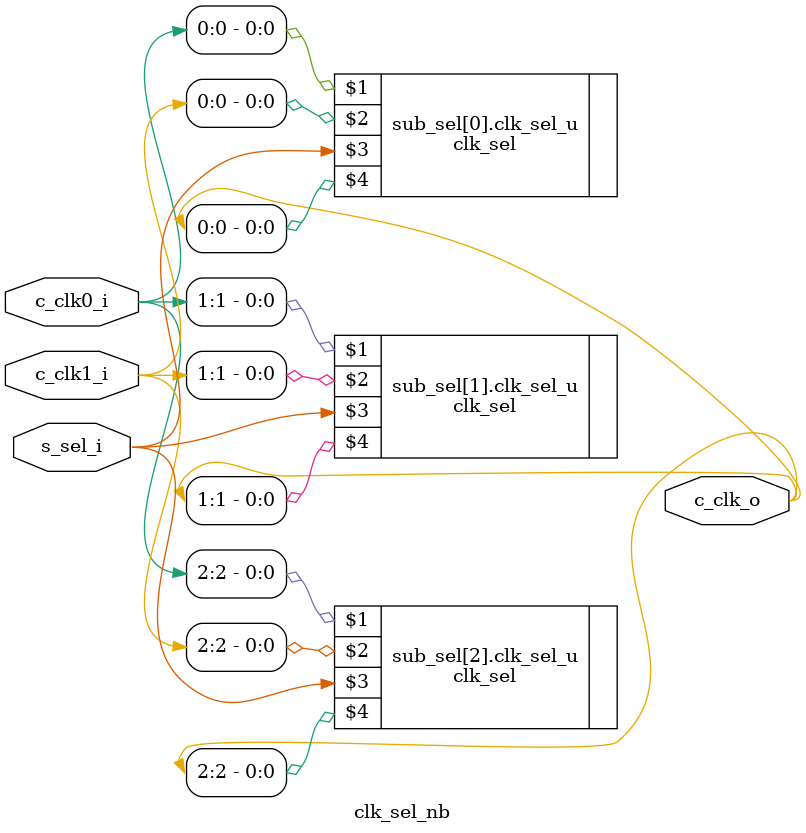
<source format=v>
module clk_sel_nb #(
    parameter	DW	=	2
)(
    input		[DW:0]	c_clk0_i,
    input		[DW:0]	c_clk1_i,
    input      s_sel_i        ,
    output		[DW:0]	c_clk_o
);

genvar i;
generate
    for(i=0;i<DW+1;i=i+1) begin:sub_sel
        clk_sel clk_sel_u(c_clk0_i[i],c_clk1_i[i],s_sel_i,c_clk_o[i]);
    end
endgenerate
endmodule
</source>
